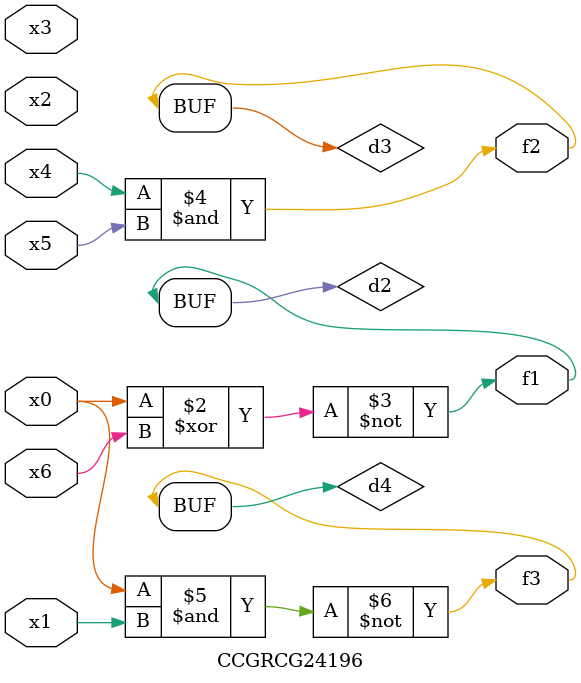
<source format=v>
module CCGRCG24196(
	input x0, x1, x2, x3, x4, x5, x6,
	output f1, f2, f3
);

	wire d1, d2, d3, d4;

	nor (d1, x0);
	xnor (d2, x0, x6);
	and (d3, x4, x5);
	nand (d4, x0, x1);
	assign f1 = d2;
	assign f2 = d3;
	assign f3 = d4;
endmodule

</source>
